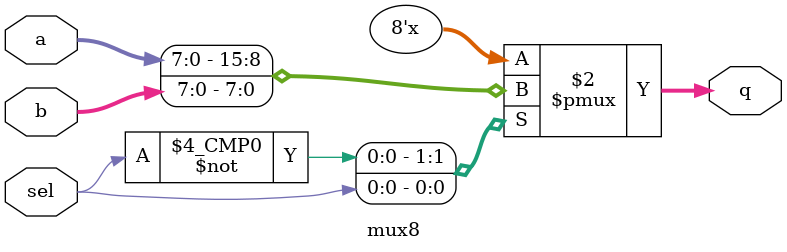
<source format=v>
`timescale 1ns / 1ps
module mux8(
    input [7:0] a,
    input [7:0] b,
    input sel,
    output [7:0] q
    );

always @ (sel or a or b) begin
	case (sel)
		0: q = a;
		1: q = b;
	endcase
end

endmodule

</source>
